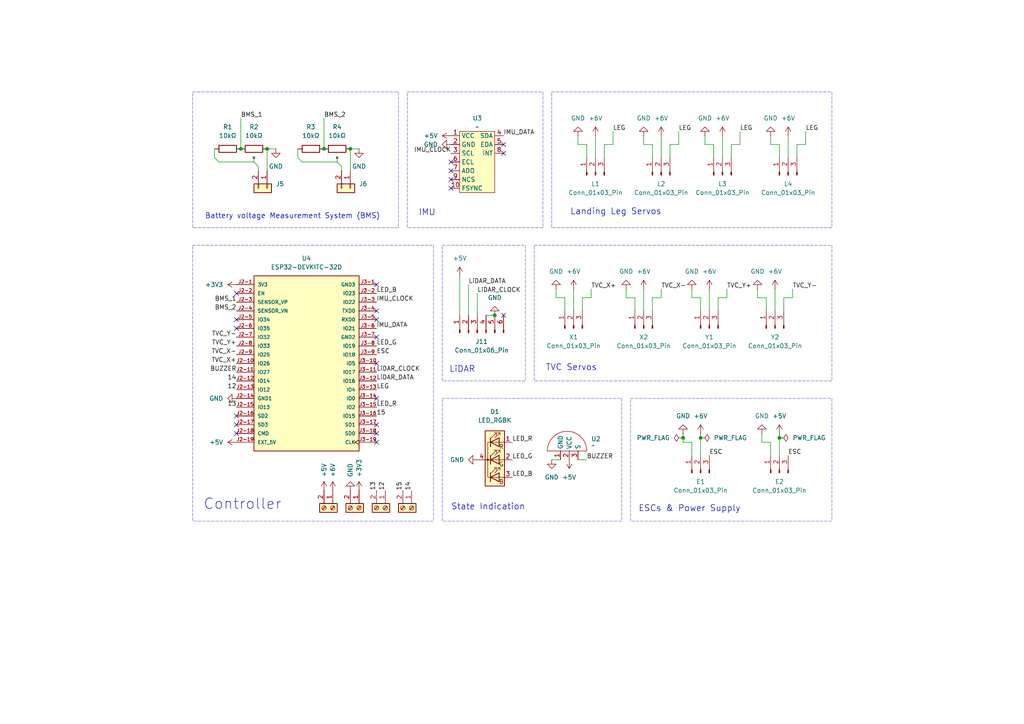
<source format=kicad_sch>
(kicad_sch (version 20250114) (generator "eeschema") (generator_version "9.0")
  (paper "A4")
  (title_block (title "Starchip") (date "2025-06-08") (company "EPS.space") (comment 1 "Flight computer for Starkit"))
  (lib_symbols
    (symbol "Buzzer:KY-012"
      (property "Reference" "U2" (at 7.62 3.4926 0))
      (property "Value" "~" (at 7.62 1.5875 0))
      (symbol "KY-012_0_1"
        (arc (start -5.08 0) (mid 0.635 5.715) (end 6.35 0))
        (polyline (pts (xy 6.35 0) (xy -5.08 0)))
      )
      (symbol "KY-012_1_1"
        (pin power_in line (at -1.27 -2.54 90) (length 2.54) (name "GND") (number "1"))
        (pin power_in line (at 1.27 -2.54 90) (length 2.54) (name "VCC") (number "2"))
        (pin input line (at 3.81 -2.54 90) (length 2.54) (name "S") (number "3"))
      )
    )
    (symbol "Connector:Conn_01x03_Pin" (pin_names (offset 1.016) (hide yes))
      (property "Reference" "J" (at 0 5.08 0))
      (property "Value" "Conn_01x03_Pin" (at 0 -5.08 0))
      (symbol "Conn_01x03_Pin_1_1"
        (rectangle (start 0.8636 2.667) (end 0 2.413) (stroke (width 0.1524)) (fill (type outline)))
        (rectangle (start 0.8636 0.127) (end 0 -0.127) (stroke (width 0.1524)) (fill (type outline)))
        (rectangle (start 0.8636 -2.413) (end 0 -2.667) (stroke (width 0.1524)) (fill (type outline)))
        (polyline (pts (xy 1.27 2.54) (xy 0.8636 2.54)) (stroke (width 0.1524)))
        (polyline (pts (xy 1.27 0) (xy 0.8636 0)) (stroke (width 0.1524)))
        (polyline (pts (xy 1.27 -2.54) (xy 0.8636 -2.54)) (stroke (width 0.1524)))
        (pin passive line (at 5.08 2.54 180) (length 3.81) (name "Pin_1") (number "1"))
        (pin passive line (at 5.08 0 180) (length 3.81) (name "Pin_2") (number "2"))
        (pin passive line (at 5.08 -2.54 180) (length 3.81) (name "Pin_3") (number "3"))
      )
    )
    (symbol "Connector:Conn_01x06_Pin" (pin_names (offset 1.016) (hide yes))
      (property "Reference" "J" (at 0 7.62 0))
      (property "Value" "Conn_01x06_Pin" (at 0 -10.16 0))
      (symbol "Conn_01x06_Pin_1_1"
        (rectangle (start 0.8636 5.207) (end 0 4.953) (stroke (width 0.1524)) (fill (type outline)))
        (rectangle (start 0.8636 2.667) (end 0 2.413) (stroke (width 0.1524)) (fill (type outline)))
        (rectangle (start 0.8636 0.127) (end 0 -0.127) (stroke (width 0.1524)) (fill (type outline)))
        (rectangle (start 0.8636 -2.413) (end 0 -2.667) (stroke (width 0.1524)) (fill (type outline)))
        (rectangle (start 0.8636 -4.953) (end 0 -5.207) (stroke (width 0.1524)) (fill (type outline)))
        (rectangle (start 0.8636 -7.493) (end 0 -7.747) (stroke (width 0.1524)) (fill (type outline)))
        (polyline (pts (xy 1.27 5.08) (xy 0.8636 5.08)) (stroke (width 0.1524)))
        (polyline (pts (xy 1.27 2.54) (xy 0.8636 2.54)) (stroke (width 0.1524)))
        (polyline (pts (xy 1.27 0) (xy 0.8636 0)) (stroke (width 0.1524)))
        (polyline (pts (xy 1.27 -2.54) (xy 0.8636 -2.54)) (stroke (width 0.1524)))
        (polyline (pts (xy 1.27 -5.08) (xy 0.8636 -5.08)) (stroke (width 0.1524)))
        (polyline (pts (xy 1.27 -7.62) (xy 0.8636 -7.62)) (stroke (width 0.1524)))
        (pin passive line (at 5.08 5.08 180) (length 3.81) (name "Pin_1") (number "1"))
        (pin passive line (at 5.08 2.54 180) (length 3.81) (name "Pin_2") (number "2"))
        (pin passive line (at 5.08 0 180) (length 3.81) (name "Pin_3") (number "3"))
        (pin passive line (at 5.08 -2.54 180) (length 3.81) (name "Pin_4") (number "4"))
        (pin passive line (at 5.08 -5.08 180) (length 3.81) (name "Pin_5") (number "5"))
        (pin passive line (at 5.08 -7.62 180) (length 3.81) (name "Pin_6") (number "6"))
      )
    )
    (symbol "Connector:Screw_Terminal_01x02" (pin_names (offset 1.016) (hide yes))
      (property "Reference" "J" (at 0 2.54 0))
      (property "Value" "Screw_Terminal_01x02" (at 0 -5.08 0))
      (symbol "Screw_Terminal_01x02_1_1"
        (rectangle (start -1.27 1.27) (end 1.27 -3.81) (stroke (width 0.254)) (fill (type background)))
        (polyline (pts (xy -0.5334 0.3302) (xy 0.3302 -0.508)) (stroke (width 0.1524)))
        (polyline (pts (xy -0.5334 -2.2098) (xy 0.3302 -3.048)) (stroke (width 0.1524)))
        (polyline (pts (xy -0.3556 0.508) (xy 0.508 -0.3302)) (stroke (width 0.1524)))
        (polyline (pts (xy -0.3556 -2.032) (xy 0.508 -2.8702)) (stroke (width 0.1524)))
        (circle (center 0 0) (radius 0.635) (stroke (width 0.1524)))
        (circle (center 0 -2.54) (radius 0.635) (stroke (width 0.1524)))
        (pin passive line (at -5.08 0 0) (length 3.81) (name "Pin_1") (number "1"))
        (pin passive line (at -5.08 -2.54 0) (length 3.81) (name "Pin_2") (number "2"))
      )
    )
    (symbol "Connector_Generic:Conn_01x02" (pin_names (offset 1.016) (hide yes))
      (property "Reference" "J" (at 0 2.54 0))
      (property "Value" "Conn_01x02" (at 0 -5.08 0))
      (symbol "Conn_01x02_1_1"
        (rectangle (start -1.27 1.27) (end 1.27 -3.81) (stroke (width 0.254)) (fill (type background)))
        (rectangle (start -1.27 0.127) (end 0 -0.127) (stroke (width 0.1524)))
        (rectangle (start -1.27 -2.413) (end 0 -2.667) (stroke (width 0.1524)))
        (pin passive line (at -5.08 0 0) (length 3.81) (name "Pin_1") (number "1"))
        (pin passive line (at -5.08 -2.54 0) (length 3.81) (name "Pin_2") (number "2"))
      )
    )
    (symbol "Device:LED_RGBK" (pin_names (offset 0) (hide yes))
      (property "Reference" "D" (at 0 9.398 0))
      (property "Value" "LED_RGBK" (at 0 -8.89 0))
      (symbol "LED_RGBK_0_0"
        (text "R" (at 1.905 3.81 0) (effects (font (size 1.27 1.27))))
        (text "G" (at 1.905 -1.27 0) (effects (font (size 1.27 1.27))))
        (text "B" (at 1.905 -6.35 0) (effects (font (size 1.27 1.27))))
      )
      (symbol "LED_RGBK_0_1"
        (circle (center -2.032 0) (radius 0.254) (fill (type outline)))
        (polyline (pts (xy -1.27 6.35) (xy -1.27 3.81)) (stroke (width 0.254)))
        (polyline (pts (xy -1.27 6.35) (xy -1.27 3.81) (xy -1.27 3.81)))
        (polyline (pts (xy -1.27 5.08) (xy 1.27 5.08)))
        (polyline (pts (xy -1.27 5.08) (xy -2.032 5.08) (xy -2.032 -5.08) (xy -1.016 -5.08)))
        (polyline (pts (xy -1.27 1.27) (xy -1.27 -1.27)) (stroke (width 0.254)))
        (polyline (pts (xy -1.27 1.27) (xy -1.27 -1.27) (xy -1.27 -1.27)))
        (polyline (pts (xy -1.27 0) (xy -2.54 0)))
        (polyline (pts (xy -1.27 -3.81) (xy -1.27 -6.35)) (stroke (width 0.254)))
        (polyline (pts (xy -1.27 -5.08) (xy 1.27 -5.08)))
        (polyline (pts (xy -1.016 6.35) (xy 0.508 7.874) (xy -0.254 7.874) (xy 0.508 7.874) (xy 0.508 7.112)))
        (polyline (pts (xy -1.016 1.27) (xy 0.508 2.794) (xy -0.254 2.794) (xy 0.508 2.794) (xy 0.508 2.032)))
        (polyline (pts (xy -1.016 -3.81) (xy 0.508 -2.286) (xy -0.254 -2.286) (xy 0.508 -2.286) (xy 0.508 -3.048)))
        (polyline (pts (xy 0 6.35) (xy 1.524 7.874) (xy 0.762 7.874) (xy 1.524 7.874) (xy 1.524 7.112)))
        (polyline (pts (xy 0 1.27) (xy 1.524 2.794) (xy 0.762 2.794) (xy 1.524 2.794) (xy 1.524 2.032)))
        (polyline (pts (xy 0 -3.81) (xy 1.524 -2.286) (xy 0.762 -2.286) (xy 1.524 -2.286) (xy 1.524 -3.048)))
        (polyline (pts (xy 1.27 6.35) (xy 1.27 3.81) (xy -1.27 5.08) (xy 1.27 6.35)) (stroke (width 0.254)))
        (rectangle (start 1.27 6.35) (end 1.27 6.35))
        (polyline (pts (xy 1.27 5.08) (xy 2.54 5.08)))
        (rectangle (start 1.27 3.81) (end 1.27 6.35))
        (polyline (pts (xy 1.27 1.27) (xy 1.27 -1.27) (xy -1.27 0) (xy 1.27 1.27)) (stroke (width 0.254)))
        (rectangle (start 1.27 1.27) (end 1.27 1.27))
        (polyline (pts (xy 1.27 0) (xy -1.27 0)))
        (polyline (pts (xy 1.27 0) (xy 2.54 0)))
        (rectangle (start 1.27 -1.27) (end 1.27 1.27))
        (polyline (pts (xy 1.27 -3.81) (xy 1.27 -6.35) (xy -1.27 -5.08) (xy 1.27 -3.81)) (stroke (width 0.254)))
        (polyline (pts (xy 1.27 -5.08) (xy 2.54 -5.08)))
        (rectangle (start 2.794 8.382) (end -2.794 -7.62) (stroke (width 0.254)) (fill (type background)))
      )
      (symbol "LED_RGBK_1_1"
        (pin passive line (at -5.08 0 0) (length 2.54) (name "K") (number "4"))
        (pin passive line (at 5.08 5.08 180) (length 2.54) (name "RA") (number "1"))
        (pin passive line (at 5.08 0 180) (length 2.54) (name "GA") (number "2"))
        (pin passive line (at 5.08 -5.08 180) (length 2.54) (name "BA") (number "3"))
      )
    )
    (symbol "Device:R" (pin_numbers (hide yes)) (pin_names (offset 0))
      (property "Reference" "R" (at 2.032 0 90))
      (property "Value" "R" (at 0 0 90))
      (symbol "R_0_1"
        (rectangle (start -1.016 -2.54) (end 1.016 2.54) (stroke (width 0.254)))
      )
      (symbol "R_1_1"
        (pin passive line (at 0 3.81 270) (length 1.27) (name "~") (number "1"))
        (pin passive line (at 0 -3.81 90) (length 1.27) (name "~") (number "2"))
      )
    )
    (symbol "ESP32-DEVKITC-32D:ESP32-DEVKITC-32D" (pin_names (offset 1.016))
      (property "Reference" "U" (at -15.2572 26.0643 0))
      (property "Value" "ESP32-DEVKITC-32D" (at -15.2563 -27.9698 0))
      (symbol "ESP32-DEVKITC-32D_0_0"
        (rectangle (start -15.24 -25.4) (end 15.24 25.4) (stroke (width 0.254)) (fill (type background)))
        (pin power_in line (at -20.32 22.86 0) (length 5.08) (name "3V3") (number "J2-1"))
        (pin input line (at -20.32 20.32 0) (length 5.08) (name "EN") (number "J2-2"))
        (pin input line (at -20.32 17.78 0) (length 5.08) (name "SENSOR_VP") (number "J2-3"))
        (pin input line (at -20.32 15.24 0) (length 5.08) (name "SENSOR_VN") (number "J2-4"))
        (pin bidirectional line (at -20.32 12.7 0) (length 5.08) (name "IO34") (number "J2-5"))
        (pin bidirectional line (at -20.32 10.16 0) (length 5.08) (name "IO35") (number "J2-6"))
        (pin bidirectional line (at -20.32 7.62 0) (length 5.08) (name "IO32") (number "J2-7"))
        (pin bidirectional line (at -20.32 5.08 0) (length 5.08) (name "IO33") (number "J2-8"))
        (pin bidirectional line (at -20.32 2.54 0) (length 5.08) (name "IO25") (number "J2-9"))
        (pin bidirectional line (at -20.32 0 0) (length 5.08) (name "IO26") (number "J2-10"))
        (pin bidirectional line (at -20.32 -2.54 0) (length 5.08) (name "IO27") (number "J2-11"))
        (pin bidirectional line (at -20.32 -5.08 0) (length 5.08) (name "IO14") (number "J2-12"))
        (pin bidirectional line (at -20.32 -7.62 0) (length 5.08) (name "IO12") (number "J2-13"))
        (pin power_in line (at -20.32 -10.16 0) (length 5.08) (name "GND1") (number "J2-14"))
        (pin bidirectional line (at -20.32 -12.7 0) (length 5.08) (name "IO13") (number "J2-15"))
        (pin bidirectional line (at -20.32 -15.24 0) (length 5.08) (name "SD2") (number "J2-16"))
        (pin bidirectional line (at -20.32 -17.78 0) (length 5.08) (name "SD3") (number "J2-17"))
        (pin bidirectional line (at -20.32 -20.32 0) (length 5.08) (name "CMD") (number "J2-18"))
        (pin power_in line (at -20.32 -22.86 0) (length 5.08) (name "EXT_5V") (number "J2-19"))
        (pin power_in line (at 20.32 22.86 180) (length 5.08) (name "GND3") (number "J3-1"))
        (pin bidirectional line (at 20.32 20.32 180) (length 5.08) (name "IO23") (number "J3-2"))
        (pin bidirectional line (at 20.32 17.78 180) (length 5.08) (name "IO22") (number "J3-3"))
        (pin output line (at 20.32 15.24 180) (length 5.08) (name "TXD0") (number "J3-4"))
        (pin input line (at 20.32 12.7 180) (length 5.08) (name "RXD0") (number "J3-5"))
        (pin bidirectional line (at 20.32 10.16 180) (length 5.08) (name "IO21") (number "J3-6"))
        (pin power_in line (at 20.32 7.62 180) (length 5.08) (name "GND2") (number "J3-7"))
        (pin bidirectional line (at 20.32 5.08 180) (length 5.08) (name "IO19") (number "J3-8"))
        (pin bidirectional line (at 20.32 2.54 180) (length 5.08) (name "IO18") (number "J3-9"))
        (pin bidirectional line (at 20.32 0 180) (length 5.08) (name "IO5") (number "J3-10"))
        (pin bidirectional line (at 20.32 -2.54 180) (length 5.08) (name "IO17") (number "J3-11"))
        (pin bidirectional line (at 20.32 -5.08 180) (length 5.08) (name "IO16") (number "J3-12"))
        (pin bidirectional line (at 20.32 -7.62 180) (length 5.08) (name "IO4") (number "J3-13"))
        (pin bidirectional line (at 20.32 -10.16 180) (length 5.08) (name "IO0") (number "J3-14"))
        (pin bidirectional line (at 20.32 -12.7 180) (length 5.08) (name "IO2") (number "J3-15"))
        (pin bidirectional line (at 20.32 -15.24 180) (length 5.08) (name "IO15") (number "J3-16"))
        (pin bidirectional line (at 20.32 -17.78 180) (length 5.08) (name "SD1") (number "J3-17"))
        (pin bidirectional line (at 20.32 -20.32 180) (length 5.08) (name "SD0") (number "J3-18"))
        (pin input clock (at 20.32 -22.86 180) (length 5.08) (name "CLK") (number "J3-19"))
      )
    )
    (symbol "GY-9250:GY-9250"
      (property "Reference" "U3" (at 0 13.97 0))
      (property "Value" "~" (at 0 11.43 0))
      (symbol "GY-9250_1_1"
        (rectangle (start -5.08 10.16) (end 5.08 -7.62) (fill (type background)))
        (pin power_in line (at -7.62 8.89 0) (length 2.54) (name "VCC") (number "1"))
        (pin power_in line (at -7.62 6.35 0) (length 2.54) (name "GND") (number "2"))
        (pin input line (at -7.62 3.81 0) (length 2.54) (name "SCL") (number "3"))
        (pin input line (at -7.62 1.27 0) (length 2.54) (name "ECL") (number "6"))
        (pin input line (at -7.62 -1.27 0) (length 2.54) (name "ADO") (number "7"))
        (pin input line (at -7.62 -3.81 0) (length 2.54) (name "NCS") (number "9"))
        (pin input line (at -7.62 -6.35 0) (length 2.54) (name "FSYNC") (number "10"))
        (pin bidirectional line (at 7.62 8.89 180) (length 2.54) (name "SDA") (number "4"))
        (pin bidirectional line (at 7.62 6.35 180) (length 2.54) (name "EDA") (number "5"))
        (pin output line (at 7.62 3.81 180) (length 2.54) (name "INT") (number "8"))
      )
    )
    (symbol "power:+3V3" (power) (pin_numbers (hide yes)) (pin_names (offset 0) (hide yes))
      (property "Value" "+3V3" (at 0 3.556 0))
      (symbol "+3V3_0_1"
        (polyline (pts (xy -0.762 1.27) (xy 0 2.54)))
        (polyline (pts (xy 0 2.54) (xy 0.762 1.27)))
        (polyline (pts (xy 0 0) (xy 0 2.54)))
      )
      (symbol "+3V3_1_1"
        (pin power_in line (at 0 0 90) (length 0) (name "~") (number "1"))
      )
    )
    (symbol "power:+5V" (power) (pin_numbers (hide yes)) (pin_names (offset 0) (hide yes))
      (property "Value" "+5V" (at 0 3.556 0))
      (symbol "+5V_0_1"
        (polyline (pts (xy -0.762 1.27) (xy 0 2.54)))
        (polyline (pts (xy 0 2.54) (xy 0.762 1.27)))
        (polyline (pts (xy 0 0) (xy 0 2.54)))
      )
      (symbol "+5V_1_1"
        (pin power_in line (at 0 0 90) (length 0) (name "~") (number "1"))
      )
    )
    (symbol "power:+6V" (power) (pin_numbers (hide yes)) (pin_names (offset 0) (hide yes))
      (property "Value" "+6V" (at 0 3.556 0))
      (symbol "+6V_0_1"
        (polyline (pts (xy -0.762 1.27) (xy 0 2.54)))
        (polyline (pts (xy 0 2.54) (xy 0.762 1.27)))
        (polyline (pts (xy 0 0) (xy 0 2.54)))
      )
      (symbol "+6V_1_1"
        (pin power_in line (at 0 0 90) (length 0) (name "~") (number "1"))
      )
    )
    (symbol "power:GND" (power) (pin_numbers (hide yes)) (pin_names (offset 0) (hide yes))
      (property "Value" "GND" (at 0 -3.81 0))
      (symbol "GND_0_1"
        (polyline (pts (xy 0 0) (xy 0 -1.27) (xy 1.27 -1.27) (xy 0 -2.54) (xy -1.27 -1.27) (xy 0 -1.27)))
      )
      (symbol "GND_1_1"
        (pin power_in line (at 0 0 270) (length 0) (name "~") (number "1"))
      )
    )
    (symbol "power:PWR_FLAG" (power) (pin_numbers (hide yes)) (pin_names (offset 0) (hide yes))
      (property "Value" "PWR_FLAG" (at 0 3.81 0))
      (symbol "PWR_FLAG_0_0"
        (pin power_out line (at 0 0 90) (length 0) (name "~") (number "1"))
      )
      (symbol "PWR_FLAG_0_1"
        (polyline (pts (xy 0 0) (xy 0 1.27) (xy -1.016 1.905) (xy 0 2.54) (xy 1.016 1.905) (xy 0 1.27)))
      )
    )
  )
  (rectangle (start 128.27 115.57) (end 180.34 151.13) (stroke (width 0.0254) (type dash)))
  (rectangle (start 118.11 26.67) (end 157.48 66.04) (stroke (width 0.0254) (type dash)))
  (rectangle (start 160.02 26.67) (end 241.3 66.04) (stroke (width 0.0254) (type dash)))
  (rectangle (start 182.88 115.57) (end 241.3 151.13) (stroke (width 0.0254) (type dash)))
  (rectangle (start 128.27 71.12) (end 152.4 110.49) (stroke (width 0.0254) (type dash)))
  (rectangle (start 154.94 71.12) (end 241.3 110.49) (stroke (width 0.0254) (type dash)))
  (rectangle (start 55.88 71.12) (end 125.73 151.13) (stroke (width 0.0254) (type dash)))
  (rectangle (start 55.88 26.67) (end 115.57 66.04) (stroke (width 0.0254) (type dash)))
  (text "IMU" (at 121.412 61.722 0) (effects (font (size 1.778 1.778)) (justify left)))
  (text "Battery voltage Measurement System (BMS)" (at 59.436 62.738 0) (effects (font (size 1.524 1.524)) (justify left)))
  (text "Landing Leg Servos\n" (at 165.354 61.468 0) (effects (font (size 1.778 1.778)) (justify left)))
  (text "Controller" (at 58.928 146.304 0) (effects (font (size 3.048 3.048)) (justify left)))
  (text "LiDAR" (at 130.302 107.188 0) (effects (font (size 1.778 1.778)) (justify left)))
  (text "ESCs & Power Supply" (at 185.166 147.574 0) (effects (font (size 1.778 1.778)) (justify left)))
  (text "TVC Servos" (at 158.242 106.68 0) (effects (font (size 1.778 1.778)) (justify left)))
  (text "State Indication" (at 130.81 147.066 0) (effects (font (size 1.778 1.778)) (justify left)))
  (junction (at 77.47 43.18))
  (junction (at 203.2 127))
  (junction (at 226.06 127))
  (junction (at 198.12 127))
  (junction (at 143.51 91.44))
  (junction (at 101.6 43.18))
  (junction (at 93.98 43.18))
  (junction (at 69.85 43.18))
  (no_connect (at 130.81 49.53))
  (no_connect (at 146.05 41.91))
  (no_connect (at 68.58 120.65))
  (no_connect (at 146.05 91.44))
  (no_connect (at 146.05 44.45))
  (no_connect (at 130.81 46.99))
  (no_connect (at 109.22 128.27))
  (no_connect (at 68.58 123.19))
  (no_connect (at 130.81 52.07))
  (no_connect (at 109.22 82.55))
  (no_connect (at 68.58 85.09))
  (no_connect (at 109.22 92.71))
  (no_connect (at 109.22 125.73))
  (no_connect (at 109.22 123.19))
  (no_connect (at 68.58 92.71))
  (no_connect (at 130.81 54.61))
  (no_connect (at 68.58 125.73))
  (no_connect (at 109.22 97.79))
  (no_connect (at 109.22 105.41))
  (no_connect (at 109.22 115.57))
  (no_connect (at 68.58 95.25))
  (no_connect (at 109.22 90.17))
  (wire (pts (xy 223.52 39.37) (xy 223.52 41.91)))
  (wire (pts (xy 140.97 91.44) (xy 143.51 91.44)))
  (wire (pts (xy 203.2 125.73) (xy 203.2 127)))
  (wire (pts (xy 204.47 39.37) (xy 204.47 41.91)))
  (wire (pts (xy 62.23 43.18) (xy 62.23 45.72)))
  (wire (pts (xy 74.93 48.26) (xy 73.66 46.99)))
  (wire (pts (xy 200.66 83.82) (xy 200.66 86.36)))
  (wire (pts (xy 219.71 86.36) (xy 222.25 86.36)))
  (wire (pts (xy 200.66 86.36) (xy 203.2 86.36)))
  (wire (pts (xy 220.98 125.73) (xy 220.98 128.27)))
  (wire (pts (xy 167.64 133.35) (xy 170.18 133.35)))
  (wire (pts (xy 226.06 125.73) (xy 226.06 127)))
  (wire (pts (xy 175.26 41.91) (xy 175.26 45.72)))
  (wire (pts (xy 181.61 86.36) (xy 184.15 86.36)))
  (wire (pts (xy 223.52 128.27) (xy 223.52 132.08)))
  (wire (pts (xy 198.12 127) (xy 198.12 128.27)))
  (wire (pts (xy 231.14 41.91) (xy 233.68 41.91)))
  (wire (pts (xy 227.33 86.36) (xy 227.33 90.17)))
  (wire (pts (xy 101.6 43.18) (xy 101.6 49.53)))
  (wire (pts (xy 177.8 38.1) (xy 177.8 41.91)))
  (wire (pts (xy 135.89 82.55) (xy 135.89 91.44)))
  (wire (pts (xy 203.2 127) (xy 203.2 132.08)))
  (wire (pts (xy 200.66 128.27) (xy 200.66 132.08)))
  (wire (pts (xy 207.01 41.91) (xy 207.01 45.72)))
  (wire (pts (xy 194.31 41.91) (xy 196.85 41.91)))
  (wire (pts (xy 198.12 125.73) (xy 198.12 127)))
  (wire (pts (xy 77.47 43.18) (xy 77.47 49.53)))
  (wire (pts (xy 171.45 83.82) (xy 171.45 86.36)))
  (wire (pts (xy 186.69 41.91) (xy 189.23 41.91)))
  (wire (pts (xy 222.25 86.36) (xy 222.25 90.17)))
  (wire (pts (xy 233.68 38.1) (xy 233.68 41.91)))
  (wire (pts (xy 69.85 34.29) (xy 69.85 43.18)))
  (wire (pts (xy 161.29 83.82) (xy 161.29 86.36)))
  (wire (pts (xy 184.15 86.36) (xy 184.15 90.17)))
  (wire (pts (xy 227.33 86.36) (xy 229.87 86.36)))
  (wire (pts (xy 163.83 86.36) (xy 163.83 90.17)))
  (wire (pts (xy 77.47 43.18) (xy 80.01 43.18)))
  (wire (pts (xy 168.91 86.36) (xy 168.91 90.17)))
  (wire (pts (xy 196.85 38.1) (xy 196.85 41.91)))
  (wire (pts (xy 191.77 39.37) (xy 191.77 45.72)))
  (wire (pts (xy 166.37 83.82) (xy 166.37 90.17)))
  (wire (pts (xy 175.26 41.91) (xy 177.8 41.91)))
  (wire (pts (xy 226.06 127) (xy 226.06 132.08)))
  (wire (pts (xy 186.69 83.82) (xy 186.69 90.17)))
  (wire (pts (xy 73.66 46.99) (xy 63.5 46.99)))
  (wire (pts (xy 97.79 46.99) (xy 87.63 46.99)))
  (wire (pts (xy 160.02 133.35) (xy 162.56 133.35)))
  (wire (pts (xy 194.31 41.91) (xy 194.31 45.72)))
  (wire (pts (xy 186.69 39.37) (xy 186.69 41.91)))
  (wire (pts (xy 181.61 83.82) (xy 181.61 86.36)))
  (wire (pts (xy 99.06 49.53) (xy 99.06 48.26)))
  (wire (pts (xy 208.28 86.36) (xy 208.28 90.17)))
  (wire (pts (xy 138.43 85.09) (xy 138.43 91.44)))
  (wire (pts (xy 172.72 39.37) (xy 172.72 45.72)))
  (wire (pts (xy 63.5 46.99) (xy 62.23 45.72)))
  (wire (pts (xy 214.63 38.1) (xy 214.63 41.91)))
  (wire (pts (xy 189.23 86.36) (xy 191.77 86.36)))
  (wire (pts (xy 191.77 83.82) (xy 191.77 86.36)))
  (wire (pts (xy 224.79 83.82) (xy 224.79 90.17)))
  (wire (pts (xy 189.23 86.36) (xy 189.23 90.17)))
  (wire (pts (xy 204.47 41.91) (xy 207.01 41.91)))
  (wire (pts (xy 209.55 39.37) (xy 209.55 45.72)))
  (wire (pts (xy 208.28 86.36) (xy 210.82 86.36)))
  (wire (pts (xy 101.6 43.18) (xy 104.14 43.18)))
  (wire (pts (xy 212.09 41.91) (xy 212.09 45.72)))
  (wire (pts (xy 226.06 41.91) (xy 226.06 45.72)))
  (wire (pts (xy 87.63 46.99) (xy 86.36 45.72)))
  (wire (pts (xy 210.82 83.82) (xy 210.82 86.36)))
  (wire (pts (xy 170.18 41.91) (xy 170.18 45.72)))
  (wire (pts (xy 203.2 86.36) (xy 203.2 90.17)))
  (wire (pts (xy 86.36 43.18) (xy 86.36 45.72)))
  (wire (pts (xy 74.93 49.53) (xy 74.93 48.26)))
  (wire (pts (xy 220.98 128.27) (xy 223.52 128.27)))
  (wire (pts (xy 223.52 41.91) (xy 226.06 41.91)))
  (wire (pts (xy 219.71 83.82) (xy 219.71 86.36)))
  (wire (pts (xy 93.98 34.29) (xy 93.98 43.18)))
  (wire (pts (xy 133.35 80.01) (xy 133.35 91.44)))
  (wire (pts (xy 228.6 39.37) (xy 228.6 45.72)))
  (wire (pts (xy 167.64 41.91) (xy 170.18 41.91)))
  (wire (pts (xy 212.09 41.91) (xy 214.63 41.91)))
  (wire (pts (xy 198.12 128.27) (xy 200.66 128.27)))
  (wire (pts (xy 229.87 83.82) (xy 229.87 86.36)))
  (wire (pts (xy 99.06 48.26) (xy 97.79 46.99)))
  (wire (pts (xy 205.74 83.82) (xy 205.74 90.17)))
  (wire (pts (xy 167.64 39.37) (xy 167.64 41.91)))
  (wire (pts (xy 189.23 41.91) (xy 189.23 45.72)))
  (wire (pts (xy 231.14 41.91) (xy 231.14 45.72)))
  (wire (pts (xy 161.29 86.36) (xy 163.83 86.36)))
  (wire (pts (xy 168.91 86.36) (xy 171.45 86.36)))
  (label "13" (at 68.58 118.11 180))
  (label "TVC_Y+" (at 68.58 100.33 180))
  (label "ESC" (at 228.6 132.08 0))
  (label "LiDAR_DATA" (at 135.89 82.55 0))
  (label "TVC_Y+" (at 210.82 83.82 0))
  (label "TVC_Y-" (at 229.87 83.82 0))
  (label "14" (at 68.58 110.49 180))
  (label "IMU_DATA" (at 146.05 39.37 0))
  (label "15" (at 116.84 142.24 90))
  (label "13" (at 109.22 142.24 90))
  (label "LiDAR_CLOCK" (at 109.22 107.95 0))
  (label "IMU_CLOCK" (at 109.22 87.63 0))
  (label "LED_B" (at 109.22 85.09 0))
  (label "LiDAR_DATA" (at 109.22 110.49 0))
  (label "12" (at 68.58 113.03 180))
  (label "BMS_1" (at 69.85 34.29 0))
  (label "LiDAR_CLOCK" (at 138.43 85.09 0))
  (label "14" (at 119.38 142.24 90))
  (label "TVC_X+" (at 171.45 83.82 0))
  (label "IMU_CLOCK" (at 130.81 44.45 180))
  (label "LEG" (at 233.68 38.1 0))
  (label "LEG" (at 196.85 38.1 0))
  (label "ESC" (at 205.74 132.08 0))
  (label "IMU_DATA" (at 109.22 95.25 0))
  (label "BMS_2" (at 93.98 34.29 0))
  (label "LEG" (at 109.22 113.03 0))
  (label "LED_R" (at 148.59 128.27 0))
  (label "TVC_X-" (at 68.58 102.87 180))
  (label "ESC" (at 109.22 102.87 0))
  (label "TVC_Y-" (at 68.58 97.79 180))
  (label "LED_B" (at 148.59 138.43 0))
  (label "LEG" (at 177.8 38.1 0))
  (label "LEG" (at 214.63 38.1 0))
  (label "BMS_2" (at 68.58 90.17 180))
  (label "TVC_X-" (at 191.77 83.82 0))
  (label "15" (at 109.22 120.65 0))
  (label "BMS_1" (at 68.58 87.63 180))
  (label "12" (at 111.76 142.24 90))
  (label "TVC_X+" (at 68.58 105.41 180))
  (label "BUZZER" (at 68.58 107.95 180))
  (label "LED_G" (at 109.22 100.33 0))
  (label "LED_R" (at 109.22 118.11 0))
  (label "BUZZER" (at 170.18 133.35 0))
  (label "LED_G" (at 148.59 133.35 0))
  (netclass_flag "" (length 1.27) (shape dot) (at 73.66 46.99 0) (property "Netclass" "5V / Signal" (effects (hide yes))))
  (netclass_flag "" (length 1.27) (shape dot) (at 97.79 46.99 0) (property "Netclass" "5V / Signal" (effects (hide yes))))
  (symbol (lib_id "power:GND") (at 160.02 133.35 0) (unit 1)
    (property "Reference" "#PWR029" (effects (hide yes)))
    (property "Value" "GND" (at 160.02 138.43 0))
    (property "Description" "Power symbol creates a global label with name \"GND\" , ground" (effects (hide yes)))
  )
  (symbol (lib_id "power:+5V") (at 133.35 80.01 0) (unit 1)
    (property "Reference" "#PWR08" (effects (hide yes)))
    (property "Value" "+5V" (at 133.35 74.93 0))
    (property "Description" "Power symbol creates a global label with name \"+5V\"" (effects (hide yes)))
  )
  (symbol (lib_id "ESP32-DEVKITC-32D:ESP32-DEVKITC-32D") (at 88.9 105.41 0) (unit 1)
    (property "Reference" "U4" (at 88.9 74.93 0))
    (property "Value" "ESP32-DEVKITC-32D" (at 88.9 77.47 0))
    (property "Footprint" "ESP32-DEVKITC-32D:MODULE_ESP32-DEVKITC-32D" (effects (hide yes)))
    (property "DigiKey_Part_Number" "1965-1000-ND" (effects (hide yes)))
    (property "SnapEDA_Link" "https://www.snapeda.com/parts/ESP32-DEVKITC-32D/Espressif+Systems/view-part/?ref=snap" (effects (hide yes)))
    (property "MAXIMUM_PACKAGE_HEIGHT" "N/A" (effects (hide yes)))
    (property "Package" "None" (effects (hide yes)))
    (property "Check_prices" "https://www.snapeda.com/parts/ESP32-DEVKITC-32D/Espressif+Systems/view-part/?ref=eda" (effects (hide yes)))
    (property "STANDARD" "Manufacturer Recommendations" (effects (hide yes)))
    (property "PARTREV" "V4" (effects (hide yes)))
    (property "MF" "Espressif Systems" (effects (hide yes)))
    (property "MP" "ESP32-DEVKITC-32D" (effects (hide yes)))
    (property "Description_1" "WiFi Development Tools (802.11) ESP32 General Development Kit, ESP32-WROOM-32D on the board" (effects (hide yes)))
    (property "MANUFACTURER" "Espressif Systems" (effects (hide yes)))
    (property "SNAPEDA_PN" "ESP32-DEVKITC-32D" (effects (hide yes)))
  )
  (symbol (lib_id "power:GND") (at 181.61 83.82 180) (unit 1)
    (property "Reference" "#PWR020" (effects (hide yes)))
    (property "Value" "GND" (at 181.61 78.74 0))
    (property "Description" "Power symbol creates a global label with name \"GND\" , ground" (effects (hide yes)))
  )
  (symbol (lib_id "power:+6V") (at 203.2 125.73 0) (unit 1)
    (property "Reference" "#PWR05" (effects (hide yes)))
    (property "Value" "+6V" (at 203.2 120.65 0))
    (property "Description" "Power symbol creates a global label with name \"+6V\"" (effects (hide yes)))
  )
  (symbol (lib_id "Connector_Generic:Conn_01x02") (at 77.47 54.61 270) (unit 1)
    (property "Reference" "J5" (at 80.01 53.3399 90) (effects (justify left)))
    (property "Value" "Conn_01x02" (effects (hide yes)))
    (property "Footprint" "Connector_PinSocket_2.54mm:PinSocket_1x02_P2.54mm_Vertical" (effects (hide yes)))
    (property "Description" "Generic connector, single row, 01x02, script generated (kicad-library-utils/schlib/autogen/connector/)" (effects (hide yes)))
  )
  (symbol (lib_id "power:GND") (at 104.14 43.18 0) (unit 1)
    (property "Reference" "#PWR02" (effects (hide yes)))
    (property "Value" "GND" (at 104.14 48.26 0))
    (property "Description" "Power symbol creates a global label with name \"GND\" , ground" (effects (hide yes)))
  )
  (symbol (lib_id "power:+6V") (at 228.6 39.37 0) (unit 1)
    (property "Reference" "#PWR017" (effects (hide yes)))
    (property "Value" "+6V" (at 228.6 34.29 0))
    (property "Description" "Power symbol creates a global label with name \"+6V\"" (effects (hide yes)))
  )
  (symbol (lib_id "power:PWR_FLAG") (at 198.12 127 90) (unit 1)
    (property "Reference" "#FLG02" (effects (hide yes)))
    (property "Value" "PWR_FLAG" (at 194.31 126.9999 90) (effects (justify left)))
    (property "Description" "Special symbol for telling ERC where power comes from" (effects (hide yes)))
  )
  (symbol (lib_id "Connector_Generic:Conn_01x02") (at 101.6 54.61 270) (unit 1)
    (property "Reference" "J6" (at 104.14 53.3399 90) (effects (justify left)))
    (property "Value" "Conn_01x02" (effects (hide yes)))
    (property "Footprint" "Connector_PinSocket_2.54mm:PinSocket_1x02_P2.54mm_Vertical" (effects (hide yes)))
    (property "Description" "Generic connector, single row, 01x02, script generated (kicad-library-utils/schlib/autogen/connector/)" (effects (hide yes)))
  )
  (symbol (lib_id "power:GND") (at 101.6 142.24 180) (unit 1)
    (property "Reference" "#PWR033" (effects (hide yes)))
    (property "Value" "GND" (at 101.5999 138.43 90) (effects (justify right)))
    (property "Description" "Power symbol creates a global label with name \"GND\" , ground" (effects (hide yes)))
  )
  (symbol (lib_id "power:GND") (at 200.66 83.82 180) (unit 1)
    (property "Reference" "#PWR022" (effects (hide yes)))
    (property "Value" "GND" (at 200.66 78.74 0))
    (property "Description" "Power symbol creates a global label with name \"GND\" , ground" (effects (hide yes)))
  )
  (symbol (lib_id "power:+6V") (at 172.72 39.37 0) (unit 1)
    (property "Reference" "#PWR010" (effects (hide yes)))
    (property "Value" "+6V" (at 172.72 34.29 0))
    (property "Description" "Power symbol creates a global label with name \"+6V\"" (effects (hide yes)))
  )
  (symbol (lib_id "power:GND") (at 198.12 125.73 180) (unit 1)
    (property "Reference" "#PWR03" (effects (hide yes)))
    (property "Value" "GND" (at 198.12 120.65 0))
    (property "Description" "Power symbol creates a global label with name \"GND\" , ground" (effects (hide yes)))
  )
  (symbol (lib_id "power:+6V") (at 205.74 83.82 0) (unit 1)
    (property "Reference" "#PWR023" (effects (hide yes)))
    (property "Value" "+6V" (at 205.74 78.74 0))
    (property "Description" "Power symbol creates a global label with name \"+6V\"" (effects (hide yes)))
  )
  (symbol (lib_id "power:PWR_FLAG") (at 226.06 127 270) (unit 1)
    (property "Reference" "#FLG05" (effects (hide yes)))
    (property "Value" "PWR_FLAG" (at 229.87 126.9999 90) (effects (justify left)))
    (property "Description" "Special symbol for telling ERC where power comes from" (effects (hide yes)))
  )
  (symbol (lib_id "Connector:Conn_01x03_Pin") (at 228.6 50.8 90) (unit 1)
    (property "Reference" "L4" (at 228.6 53.34 90))
    (property "Value" "Conn_01x03_Pin" (at 228.6 55.88 90))
    (property "Footprint" "Connector_PinHeader_2.54mm:PinHeader_1x03_P2.54mm_Vertical" (effects (hide yes)))
    (property "Description" "Generic connector, single row, 01x03, script generated" (effects (hide yes)))
  )
  (symbol (lib_id "Connector:Conn_01x03_Pin") (at 224.79 95.25 90) (unit 1)
    (property "Reference" "Y2" (at 224.79 97.79 90))
    (property "Value" "Conn_01x03_Pin" (at 224.79 100.33 90))
    (property "Footprint" "Connector_PinHeader_2.54mm:PinHeader_1x03_P2.54mm_Vertical" (effects (hide yes)))
    (property "Description" "Generic connector, single row, 01x03, script generated" (effects (hide yes)))
  )
  (symbol (lib_id "Connector:Conn_01x03_Pin") (at 226.06 137.16 90) (unit 1)
    (property "Reference" "E2" (at 226.06 139.7 90))
    (property "Value" "Conn_01x03_Pin" (at 226.06 142.24 90))
    (property "Footprint" "Connector_PinHeader_2.54mm:PinHeader_1x03_P2.54mm_Vertical" (effects (hide yes)))
    (property "Description" "Generic connector, single row, 01x03, script generated" (effects (hide yes)))
  )
  (symbol (lib_id "power:GND") (at 204.47 39.37 180) (unit 1)
    (property "Reference" "#PWR011" (effects (hide yes)))
    (property "Value" "GND" (at 204.47 34.29 0))
    (property "Description" "Power symbol creates a global label with name \"GND\" , ground" (effects (hide yes)))
  )
  (symbol (lib_id "power:PWR_FLAG") (at 203.2 127 270) (unit 1)
    (property "Reference" "#FLG01" (effects (hide yes)))
    (property "Value" "PWR_FLAG" (at 207.01 126.9999 90) (effects (justify left)))
    (property "Description" "Special symbol for telling ERC where power comes from" (effects (hide yes)))
  )
  (symbol (lib_id "power:+6V") (at 191.77 39.37 0) (unit 1)
    (property "Reference" "#PWR012" (effects (hide yes)))
    (property "Value" "+6V" (at 191.77 34.29 0))
    (property "Description" "Power symbol creates a global label with name \"+6V\"" (effects (hide yes)))
  )
  (symbol (lib_id "Connector:Conn_01x03_Pin") (at 209.55 50.8 90) (unit 1)
    (property "Reference" "L3" (at 209.55 53.34 90))
    (property "Value" "Conn_01x03_Pin" (at 209.55 55.88 90))
    (property "Footprint" "Connector_PinHeader_2.54mm:PinHeader_1x03_P2.54mm_Vertical" (effects (hide yes)))
    (property "Description" "Generic connector, single row, 01x03, script generated" (effects (hide yes)))
  )
  (symbol (lib_id "power:GND") (at 186.69 39.37 180) (unit 1)
    (property "Reference" "#PWR09" (effects (hide yes)))
    (property "Value" "GND" (at 186.69 34.29 0))
    (property "Description" "Power symbol creates a global label with name \"GND\" , ground" (effects (hide yes)))
  )
  (symbol (lib_id "power:+5V") (at 93.98 142.24 0) (unit 1)
    (property "Reference" "#PWR035" (effects (hide yes)))
    (property "Value" "+5V" (at 93.9799 138.43 90) (effects (justify left)))
    (property "Description" "Power symbol creates a global label with name \"+5V\"" (effects (hide yes)))
  )
  (symbol (lib_id "Connector:Screw_Terminal_01x02") (at 119.38 147.32 270) (unit 1)
    (property "Reference" "J4" (effects (hide yes)))
    (property "Value" "Screw_Terminal_01x02" (effects (hide yes)))
    (property "Footprint" "KF301-2P:HANDSON_KF301-2P" (effects (hide yes)))
    (property "Description" "Generic screw terminal, single row, 01x02, script generated (kicad-library-utils/schlib/autogen/connector/)" (effects (hide yes)))
  )
  (symbol (lib_id "Connector:Conn_01x03_Pin") (at 186.69 95.25 90) (unit 1)
    (property "Reference" "X2" (at 186.69 97.79 90))
    (property "Value" "Conn_01x03_Pin" (at 186.69 100.33 90))
    (property "Footprint" "Connector_PinHeader_2.54mm:PinHeader_1x03_P2.54mm_Vertical" (effects (hide yes)))
    (property "Description" "Generic connector, single row, 01x03, script generated" (effects (hide yes)))
  )
  (symbol (lib_id "power:GND") (at 68.58 115.57 270) (unit 1)
    (property "Reference" "#PWR038" (effects (hide yes)))
    (property "Value" "GND" (at 64.77 115.5699 90) (effects (justify right)))
    (property "Description" "Power symbol creates a global label with name \"GND\" , ground" (effects (hide yes)))
  )
  (symbol (lib_id "power:+6V") (at 224.79 83.82 0) (unit 1)
    (property "Reference" "#PWR025" (effects (hide yes)))
    (property "Value" "+6V" (at 224.79 78.74 0))
    (property "Description" "Power symbol creates a global label with name \"+6V\"" (effects (hide yes)))
  )
  (symbol (lib_id "power:+5V") (at 130.81 39.37 90) (unit 1)
    (property "Reference" "#PWR027" (effects (hide yes)))
    (property "Value" "+5V" (at 127 39.3699 90) (effects (justify left)))
    (property "Description" "Power symbol creates a global label with name \"+5V\"" (effects (hide yes)))
  )
  (symbol (lib_id "power:GND") (at 161.29 83.82 180) (unit 1)
    (property "Reference" "#PWR019" (effects (hide yes)))
    (property "Value" "GND" (at 161.29 78.74 0))
    (property "Description" "Power symbol creates a global label with name \"GND\" , ground" (effects (hide yes)))
  )
  (symbol (lib_id "power:GND") (at 130.81 41.91 270) (unit 1)
    (property "Reference" "#PWR028" (effects (hide yes)))
    (property "Value" "GND" (at 127 41.9099 90) (effects (justify right)))
    (property "Description" "Power symbol creates a global label with name \"GND\" , ground" (effects (hide yes)))
  )
  (symbol (lib_id "Connector:Conn_01x03_Pin") (at 191.77 50.8 90) (unit 1)
    (property "Reference" "L2" (at 191.77 53.34 90))
    (property "Value" "Conn_01x03_Pin" (at 191.77 55.88 90))
    (property "Footprint" "Connector_PinHeader_2.54mm:PinHeader_1x03_P2.54mm_Vertical" (effects (hide yes)))
    (property "Description" "Generic connector, single row, 01x03, script generated" (effects (hide yes)))
  )
  (symbol (lib_id "power:GND") (at 220.98 125.73 180) (unit 1)
    (property "Reference" "#PWR031" (effects (hide yes)))
    (property "Value" "GND" (at 220.98 120.65 0))
    (property "Description" "Power symbol creates a global label with name \"GND\" , ground" (effects (hide yes)))
  )
  (symbol (lib_id "power:GND") (at 80.01 43.18 0) (unit 1)
    (property "Reference" "#PWR01" (effects (hide yes)))
    (property "Value" "GND" (at 80.01 48.26 0))
    (property "Description" "Power symbol creates a global label with name \"GND\" , ground" (effects (hide yes)))
  )
  (symbol (lib_id "power:GND") (at 167.64 39.37 180) (unit 1)
    (property "Reference" "#PWR07" (effects (hide yes)))
    (property "Value" "GND" (at 167.64 34.29 0))
    (property "Description" "Power symbol creates a global label with name \"GND\" , ground" (effects (hide yes)))
  )
  (symbol (lib_id "Connector:Conn_01x06_Pin") (at 138.43 96.52 90) (unit 1)
    (property "Reference" "J11" (at 139.7 99.06 90))
    (property "Value" "Conn_01x06_Pin" (at 139.7 101.6 90))
    (property "Footprint" "Connector_PinSocket_2.54mm:PinSocket_1x06_P2.54mm_Vertical" (effects (hide yes)))
    (property "Description" "Generic connector, single row, 01x06, script generated" (effects (hide yes)))
  )
  (symbol (lib_id "Device:R") (at 97.79 43.18 90) (unit 1)
    (property "Reference" "R4" (at 97.79 36.83 90))
    (property "Value" "10kΩ" (at 97.79 39.37 90))
    (property "Footprint" "Resistor_THT:R_Axial_DIN0207_L6.3mm_D2.5mm_P7.62mm_Horizontal" (effects (hide yes)))
    (property "Description" "Resistor" (effects (hide yes)))
  )
  (symbol (lib_id "Connector:Conn_01x03_Pin") (at 166.37 95.25 90) (unit 1)
    (property "Reference" "X1" (at 166.37 97.79 90))
    (property "Value" "Conn_01x03_Pin" (at 166.37 100.33 90))
    (property "Footprint" "Connector_PinHeader_2.54mm:PinHeader_1x03_P2.54mm_Vertical" (effects (hide yes)))
    (property "Description" "Generic connector, single row, 01x03, script generated" (effects (hide yes)))
  )
  (symbol (lib_id "power:GND") (at 219.71 83.82 180) (unit 1)
    (property "Reference" "#PWR024" (effects (hide yes)))
    (property "Value" "GND" (at 219.71 78.74 0))
    (property "Description" "Power symbol creates a global label with name \"GND\" , ground" (effects (hide yes)))
  )
  (symbol (lib_id "Device:LED_RGBK") (at 143.51 133.35 0) (unit 1)
    (property "Reference" "D1" (at 143.51 119.38 0))
    (property "Value" "LED_RGBK" (at 143.51 121.92 0))
    (property "Footprint" "LED_SMD_KY-016:KY-016" (effects (hide yes)))
    (property "Description" "RGB LED, red/green/blue/cathode" (effects (hide yes)))
  )
  (symbol (lib_id "power:GND") (at 143.51 91.44 180) (unit 1)
    (property "Reference" "#PWR016" (effects (hide yes)))
    (property "Value" "GND" (at 143.51 86.36 0))
    (property "Description" "Power symbol creates a global label with name \"GND\" , ground" (effects (hide yes)))
  )
  (symbol (lib_id "power:GND") (at 223.52 39.37 180) (unit 1)
    (property "Reference" "#PWR013" (effects (hide yes)))
    (property "Value" "GND" (at 223.52 34.29 0))
    (property "Description" "Power symbol creates a global label with name \"GND\" , ground" (effects (hide yes)))
  )
  (symbol (lib_id "power:+6V") (at 166.37 83.82 0) (unit 1)
    (property "Reference" "#PWR018" (effects (hide yes)))
    (property "Value" "+6V" (at 166.37 78.74 0))
    (property "Description" "Power symbol creates a global label with name \"+6V\"" (effects (hide yes)))
  )
  (symbol (lib_id "Connector:Conn_01x03_Pin") (at 203.2 137.16 90) (unit 1)
    (property "Reference" "E1" (at 203.2 139.7 90))
    (property "Value" "Conn_01x03_Pin" (at 203.2 142.24 90))
    (property "Footprint" "Connector_PinHeader_2.54mm:PinHeader_1x03_P2.54mm_Vertical" (effects (hide yes)))
    (property "Description" "Generic connector, single row, 01x03, script generated" (effects (hide yes)))
  )
  (symbol (lib_id "Connector:Screw_Terminal_01x02") (at 111.76 147.32 270) (unit 1)
    (property "Reference" "J3" (effects (hide yes)))
    (property "Value" "Screw_Terminal_01x02" (effects (hide yes)))
    (property "Footprint" "KF301-2P:HANDSON_KF301-2P" (effects (hide yes)))
    (property "Description" "Generic screw terminal, single row, 01x02, script generated (kicad-library-utils/schlib/autogen/connector/)" (effects (hide yes)))
  )
  (symbol (lib_id "Connector:Conn_01x03_Pin") (at 172.72 50.8 90) (unit 1)
    (property "Reference" "L1" (at 172.72 53.34 90))
    (property "Value" "Conn_01x03_Pin" (at 172.72 55.88 90))
    (property "Footprint" "Connector_PinHeader_2.54mm:PinHeader_1x03_P2.54mm_Vertical" (effects (hide yes)))
    (property "Description" "Generic connector, single row, 01x03, script generated" (effects (hide yes)))
  )
  (symbol (lib_id "GY-9250:GY-9250") (at 138.43 48.26 0) (unit 1)
    (property "Reference" "U3" (at 138.43 34.29 0))
    (property "Value" "~" (at 138.43 36.83 0))
    (property "Footprint" "Sensor_Movement_GY-9250:GY-9250" (effects (hide yes)))
  )
  (symbol (lib_id "power:+5V") (at 165.1 133.35 180) (unit 1)
    (property "Reference" "#PWR030" (effects (hide yes)))
    (property "Value" "+5V" (at 165.1 138.43 0))
    (property "Description" "Power symbol creates a global label with name \"+5V\"" (effects (hide yes)))
  )
  (symbol (lib_id "power:+6V") (at 209.55 39.37 0) (unit 1)
    (property "Reference" "#PWR014" (effects (hide yes)))
    (property "Value" "+6V" (at 209.55 34.29 0))
    (property "Description" "Power symbol creates a global label with name \"+6V\"" (effects (hide yes)))
  )
  (symbol (lib_id "Connector:Screw_Terminal_01x02") (at 96.52 147.32 270) (unit 1)
    (property "Reference" "J1" (effects (hide yes)))
    (property "Value" "Screw_Terminal_01x02" (effects (hide yes)))
    (property "Footprint" "KF301-2P:HANDSON_KF301-2P" (effects (hide yes)))
    (property "Description" "Generic screw terminal, single row, 01x02, script generated (kicad-library-utils/schlib/autogen/connector/)" (effects (hide yes)))
  )
  (symbol (lib_id "Device:R") (at 66.04 43.18 270) (unit 1)
    (property "Reference" "R1" (at 66.04 36.83 90))
    (property "Value" "10kΩ" (at 66.04 39.37 90))
    (property "Footprint" "Resistor_THT:R_Axial_DIN0207_L6.3mm_D2.5mm_P7.62mm_Horizontal" (effects (hide yes)))
    (property "Description" "Resistor" (effects (hide yes)))
  )
  (symbol (lib_id "power:+3V3") (at 68.58 82.55 90) (unit 1)
    (property "Reference" "#PWR026" (effects (hide yes)))
    (property "Value" "+3V3" (at 64.77 82.5499 90) (effects (justify left)))
    (property "Description" "Power symbol creates a global label with name \"+3V3\"" (effects (hide yes)))
  )
  (symbol (lib_id "power:+5V") (at 226.06 125.73 0) (unit 1)
    (property "Reference" "#PWR032" (effects (hide yes)))
    (property "Value" "+5V" (at 226.06 120.65 0))
    (property "Description" "Power symbol creates a global label with name \"+5V\"" (effects (hide yes)))
  )
  (symbol (lib_id "Buzzer:KY-012") (at 163.83 130.81 0) (unit 1)
    (property "Reference" "U2" (at 171.45 127.3174 0) (effects (justify left)))
    (property "Value" "~" (at 171.45 129.2225 0) (effects (justify left)))
    (property "Footprint" "Device_Buzzer_KY-012:KY-012" (effects (hide yes)))
  )
  (symbol (lib_id "power:+5V") (at 68.58 128.27 90) (unit 1)
    (property "Reference" "#PWR04" (effects (hide yes)))
    (property "Value" "+5V" (at 64.77 128.2699 90) (effects (justify left)))
    (property "Description" "Power symbol creates a global label with name \"+5V\"" (effects (hide yes)))
  )
  (symbol (lib_id "power:+3V3") (at 104.14 142.24 0) (unit 1)
    (property "Reference" "#PWR034" (effects (hide yes)))
    (property "Value" "+3V3" (at 104.1399 138.43 90) (effects (justify left)))
    (property "Description" "Power symbol creates a global label with name \"+3V3\"" (effects (hide yes)))
  )
  (symbol (lib_id "power:+6V") (at 186.69 83.82 0) (unit 1)
    (property "Reference" "#PWR021" (effects (hide yes)))
    (property "Value" "+6V" (at 186.69 78.74 0))
    (property "Description" "Power symbol creates a global label with name \"+6V\"" (effects (hide yes)))
  )
  (symbol (lib_id "Device:R") (at 73.66 43.18 90) (unit 1)
    (property "Reference" "R2" (at 73.66 36.83 90))
    (property "Value" "10kΩ" (at 73.66 39.37 90))
    (property "Footprint" "Resistor_THT:R_Axial_DIN0207_L6.3mm_D2.5mm_P7.62mm_Horizontal" (effects (hide yes)))
    (property "Description" "Resistor" (effects (hide yes)))
  )
  (symbol (lib_id "power:+6V") (at 96.52 142.24 0) (unit 1)
    (property "Reference" "#PWR036" (effects (hide yes)))
    (property "Value" "+6V" (at 96.5199 138.43 90) (effects (justify left)))
    (property "Description" "Power symbol creates a global label with name \"+6V\"" (effects (hide yes)))
  )
  (symbol (lib_id "power:GND") (at 138.43 133.35 270) (unit 1)
    (property "Reference" "#PWR015" (effects (hide yes)))
    (property "Value" "GND" (at 134.62 133.3499 90) (effects (justify right)))
    (property "Description" "Power symbol creates a global label with name \"GND\" , ground" (effects (hide yes)))
  )
  (symbol (lib_id "Connector:Screw_Terminal_01x02") (at 104.14 147.32 270) (unit 1)
    (property "Reference" "J2" (effects (hide yes)))
    (property "Value" "Screw_Terminal_01x02" (effects (hide yes)))
    (property "Footprint" "KF301-2P:HANDSON_KF301-2P" (effects (hide yes)))
    (property "Description" "Generic screw terminal, single row, 01x02, script generated (kicad-library-utils/schlib/autogen/connector/)" (effects (hide yes)))
  )
  (symbol (lib_id "Connector:Conn_01x03_Pin") (at 205.74 95.25 90) (unit 1)
    (property "Reference" "Y1" (at 205.74 97.79 90))
    (property "Value" "Conn_01x03_Pin" (at 205.74 100.33 90))
    (property "Footprint" "Connector_PinHeader_2.54mm:PinHeader_1x03_P2.54mm_Vertical" (effects (hide yes)))
    (property "Description" "Generic connector, single row, 01x03, script generated" (effects (hide yes)))
  )
  (symbol (lib_id "Device:R") (at 90.17 43.18 270) (unit 1)
    (property "Reference" "R3" (at 90.17 36.83 90))
    (property "Value" "10kΩ" (at 90.17 39.37 90))
    (property "Footprint" "Resistor_THT:R_Axial_DIN0207_L6.3mm_D2.5mm_P7.62mm_Horizontal" (effects (hide yes)))
    (property "Description" "Resistor" (effects (hide yes)))
  )
)
</source>
